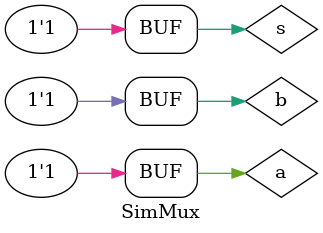
<source format=v>
module SimMux ;

wire c ;
reg a,b,s ;

Mux M_1(a,b,s,c) ;

initial 
begin 
#100 s = 1'b0 ; a = 1'b0 ; b = 1'b0 ;
#100 s = 1'b0 ; a = 1'b0 ; b = 1'b1 ;
#100 s = 1'b0 ; a = 1'b1 ; b = 1'b0 ;
#100 s = 1'b0 ; a = 1'b1 ; b = 1'b1 ;
#100 s = 1'b1 ; a = 1'b0 ; b = 1'b0 ;
#100 s = 1'b1 ; a = 1'b0 ; b = 1'b1 ;
#100 s = 1'b1 ; a = 1'b1 ; b = 1'b0 ;
#100 s = 1'b1 ; a = 1'b1 ; b = 1'b1 ;
#100 ;
end

endmodule
</source>
